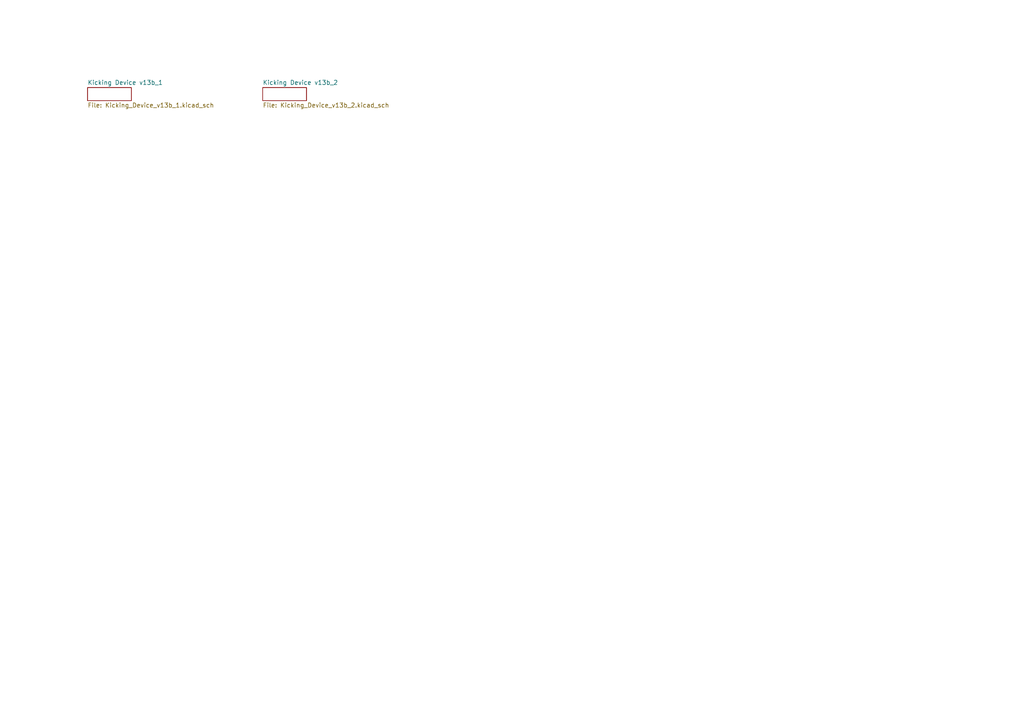
<source format=kicad_sch>
(kicad_sch (version 20230121) (generator eeschema)
  (paper "A4")
  (lib_symbols)
  (sheet (at 25.4 25.4) (size 12.7 3.81)
    (property "Sheetname" "Kicking Device v13b_1" (at 25.4 24.6884 0) (effects (justify left bottom)))
    (property "Sheetfile" "Kicking_Device_v13b_1.kicad_sch" (at 25.4 29.7946 0) (effects (justify left top)))
  )
  (sheet (at 76.2 25.4) (size 12.7 3.81)
    (property "Sheetname" "Kicking Device v13b_2" (at 76.2 24.6884 0) (effects (justify left bottom)))
    (property "Sheetfile" "Kicking_Device_v13b_2.kicad_sch" (at 76.2 29.7946 0) (effects (justify left top)))
  )
)
</source>
